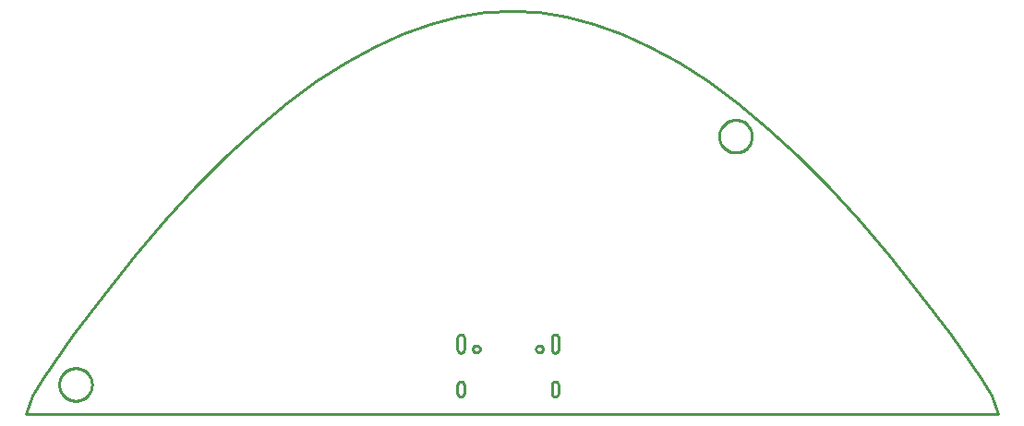
<source format=gbr>
G04 EAGLE Gerber RS-274X export*
G75*
%MOMM*%
%FSLAX34Y34*%
%LPD*%
%IN*%
%IPPOS*%
%AMOC8*
5,1,8,0,0,1.08239X$1,22.5*%
G01*
%ADD10C,0.254000*%


D10*
X-445868Y-469D02*
X445868Y-469D01*
X439586Y16480D01*
X430602Y32189D01*
X402234Y72369D01*
X373943Y110191D01*
X345750Y145612D01*
X317676Y178593D01*
X289741Y209092D01*
X261968Y237066D01*
X234396Y262433D01*
X207064Y285159D01*
X180005Y305219D01*
X153252Y322590D01*
X126840Y337248D01*
X100803Y349170D01*
X75174Y358354D01*
X49920Y364886D01*
X24917Y368788D01*
X36Y370074D01*
X-24853Y368756D01*
X-49877Y364848D01*
X-75174Y358338D01*
X-100842Y349140D01*
X-126875Y337237D01*
X-153261Y322622D01*
X-179987Y305288D01*
X-207042Y285226D01*
X-234379Y262471D01*
X-261940Y237089D01*
X-289702Y209125D01*
X-317637Y178627D01*
X-345720Y145638D01*
X-373926Y110206D01*
X-402229Y72374D01*
X-430602Y32189D01*
X-439580Y16493D01*
X-445868Y-469D01*
X36390Y59160D02*
X36401Y58899D01*
X36436Y58639D01*
X36492Y58384D01*
X36571Y58134D01*
X36671Y57892D01*
X36792Y57660D01*
X36933Y57439D01*
X37092Y57232D01*
X37269Y57039D01*
X37462Y56862D01*
X37669Y56703D01*
X37890Y56562D01*
X38122Y56441D01*
X38364Y56341D01*
X38614Y56262D01*
X38869Y56206D01*
X39129Y56171D01*
X39390Y56160D01*
X39651Y56171D01*
X39911Y56206D01*
X40166Y56262D01*
X40416Y56341D01*
X40658Y56441D01*
X40890Y56562D01*
X41111Y56703D01*
X41318Y56862D01*
X41511Y57039D01*
X41688Y57232D01*
X41847Y57439D01*
X41988Y57660D01*
X42109Y57892D01*
X42209Y58134D01*
X42288Y58384D01*
X42344Y58639D01*
X42379Y58899D01*
X42390Y59160D01*
X42390Y70160D01*
X42379Y70421D01*
X42344Y70681D01*
X42288Y70936D01*
X42209Y71186D01*
X42109Y71428D01*
X41988Y71660D01*
X41847Y71881D01*
X41688Y72088D01*
X41511Y72281D01*
X41318Y72458D01*
X41111Y72617D01*
X40890Y72758D01*
X40658Y72879D01*
X40416Y72979D01*
X40166Y73058D01*
X39911Y73114D01*
X39651Y73149D01*
X39390Y73160D01*
X39129Y73149D01*
X38869Y73114D01*
X38614Y73058D01*
X38364Y72979D01*
X38122Y72879D01*
X37890Y72758D01*
X37669Y72617D01*
X37462Y72458D01*
X37269Y72281D01*
X37092Y72088D01*
X36933Y71881D01*
X36792Y71660D01*
X36671Y71428D01*
X36571Y71186D01*
X36492Y70936D01*
X36436Y70681D01*
X36401Y70421D01*
X36390Y70160D01*
X36390Y59160D01*
X-50010Y59160D02*
X-49999Y58899D01*
X-49964Y58639D01*
X-49908Y58384D01*
X-49829Y58134D01*
X-49729Y57892D01*
X-49608Y57660D01*
X-49467Y57439D01*
X-49308Y57232D01*
X-49131Y57039D01*
X-48938Y56862D01*
X-48731Y56703D01*
X-48510Y56562D01*
X-48278Y56441D01*
X-48036Y56341D01*
X-47786Y56262D01*
X-47531Y56206D01*
X-47271Y56171D01*
X-47010Y56160D01*
X-46749Y56171D01*
X-46489Y56206D01*
X-46234Y56262D01*
X-45984Y56341D01*
X-45742Y56441D01*
X-45510Y56562D01*
X-45289Y56703D01*
X-45082Y56862D01*
X-44889Y57039D01*
X-44712Y57232D01*
X-44553Y57439D01*
X-44412Y57660D01*
X-44291Y57892D01*
X-44191Y58134D01*
X-44112Y58384D01*
X-44056Y58639D01*
X-44021Y58899D01*
X-44010Y59160D01*
X-44010Y70160D01*
X-44021Y70421D01*
X-44056Y70681D01*
X-44112Y70936D01*
X-44191Y71186D01*
X-44291Y71428D01*
X-44412Y71660D01*
X-44553Y71881D01*
X-44712Y72088D01*
X-44889Y72281D01*
X-45082Y72458D01*
X-45289Y72617D01*
X-45510Y72758D01*
X-45742Y72879D01*
X-45984Y72979D01*
X-46234Y73058D01*
X-46489Y73114D01*
X-46749Y73149D01*
X-47010Y73160D01*
X-47271Y73149D01*
X-47531Y73114D01*
X-47786Y73058D01*
X-48036Y72979D01*
X-48278Y72879D01*
X-48510Y72758D01*
X-48731Y72617D01*
X-48938Y72458D01*
X-49131Y72281D01*
X-49308Y72088D01*
X-49467Y71881D01*
X-49608Y71660D01*
X-49729Y71428D01*
X-49829Y71186D01*
X-49908Y70936D01*
X-49964Y70681D01*
X-49999Y70421D01*
X-50010Y70160D01*
X-50010Y59160D01*
X36390Y18860D02*
X36401Y18599D01*
X36436Y18339D01*
X36492Y18084D01*
X36571Y17834D01*
X36671Y17592D01*
X36792Y17360D01*
X36933Y17139D01*
X37092Y16932D01*
X37269Y16739D01*
X37462Y16562D01*
X37669Y16403D01*
X37890Y16262D01*
X38122Y16141D01*
X38364Y16041D01*
X38614Y15962D01*
X38869Y15906D01*
X39129Y15871D01*
X39390Y15860D01*
X39651Y15871D01*
X39911Y15906D01*
X40166Y15962D01*
X40416Y16041D01*
X40658Y16141D01*
X40890Y16262D01*
X41111Y16403D01*
X41318Y16562D01*
X41511Y16739D01*
X41688Y16932D01*
X41847Y17139D01*
X41988Y17360D01*
X42109Y17592D01*
X42209Y17834D01*
X42288Y18084D01*
X42344Y18339D01*
X42379Y18599D01*
X42390Y18860D01*
X42390Y26860D01*
X42379Y27121D01*
X42344Y27381D01*
X42288Y27636D01*
X42209Y27886D01*
X42109Y28128D01*
X41988Y28360D01*
X41847Y28581D01*
X41688Y28788D01*
X41511Y28981D01*
X41318Y29158D01*
X41111Y29317D01*
X40890Y29458D01*
X40658Y29579D01*
X40416Y29679D01*
X40166Y29758D01*
X39911Y29814D01*
X39651Y29849D01*
X39390Y29860D01*
X39129Y29849D01*
X38869Y29814D01*
X38614Y29758D01*
X38364Y29679D01*
X38122Y29579D01*
X37890Y29458D01*
X37669Y29317D01*
X37462Y29158D01*
X37269Y28981D01*
X37092Y28788D01*
X36933Y28581D01*
X36792Y28360D01*
X36671Y28128D01*
X36571Y27886D01*
X36492Y27636D01*
X36436Y27381D01*
X36401Y27121D01*
X36390Y26860D01*
X36390Y18860D01*
X-50010Y18860D02*
X-49999Y18599D01*
X-49964Y18339D01*
X-49908Y18084D01*
X-49829Y17834D01*
X-49729Y17592D01*
X-49608Y17360D01*
X-49467Y17139D01*
X-49308Y16932D01*
X-49131Y16739D01*
X-48938Y16562D01*
X-48731Y16403D01*
X-48510Y16262D01*
X-48278Y16141D01*
X-48036Y16041D01*
X-47786Y15962D01*
X-47531Y15906D01*
X-47271Y15871D01*
X-47010Y15860D01*
X-46749Y15871D01*
X-46489Y15906D01*
X-46234Y15962D01*
X-45984Y16041D01*
X-45742Y16141D01*
X-45510Y16262D01*
X-45289Y16403D01*
X-45082Y16562D01*
X-44889Y16739D01*
X-44712Y16932D01*
X-44553Y17139D01*
X-44412Y17360D01*
X-44291Y17592D01*
X-44191Y17834D01*
X-44112Y18084D01*
X-44056Y18339D01*
X-44021Y18599D01*
X-44010Y18860D01*
X-44010Y26860D01*
X-44021Y27121D01*
X-44056Y27381D01*
X-44112Y27636D01*
X-44191Y27886D01*
X-44291Y28128D01*
X-44412Y28360D01*
X-44553Y28581D01*
X-44712Y28788D01*
X-44889Y28981D01*
X-45082Y29158D01*
X-45289Y29317D01*
X-45510Y29458D01*
X-45742Y29579D01*
X-45984Y29679D01*
X-46234Y29758D01*
X-46489Y29814D01*
X-46749Y29849D01*
X-47010Y29860D01*
X-47271Y29849D01*
X-47531Y29814D01*
X-47786Y29758D01*
X-48036Y29679D01*
X-48278Y29579D01*
X-48510Y29458D01*
X-48731Y29317D01*
X-48938Y29158D01*
X-49131Y28981D01*
X-49308Y28788D01*
X-49467Y28581D01*
X-49608Y28360D01*
X-49729Y28128D01*
X-49829Y27886D01*
X-49908Y27636D01*
X-49964Y27381D01*
X-49999Y27121D01*
X-50010Y26860D01*
X-50010Y18860D01*
X-385201Y26499D02*
X-385277Y25431D01*
X-385430Y24370D01*
X-385658Y23323D01*
X-385960Y22295D01*
X-386334Y21291D01*
X-386779Y20316D01*
X-387293Y19376D01*
X-387872Y18475D01*
X-388514Y17617D01*
X-389216Y16807D01*
X-389973Y16050D01*
X-390783Y15348D01*
X-391641Y14706D01*
X-392542Y14127D01*
X-393482Y13613D01*
X-394457Y13168D01*
X-395461Y12794D01*
X-396489Y12492D01*
X-397536Y12264D01*
X-398597Y12111D01*
X-399665Y12035D01*
X-400737Y12035D01*
X-401805Y12111D01*
X-402866Y12264D01*
X-403913Y12492D01*
X-404941Y12794D01*
X-405945Y13168D01*
X-406920Y13613D01*
X-407860Y14127D01*
X-408761Y14706D01*
X-409619Y15348D01*
X-410429Y16050D01*
X-411186Y16807D01*
X-411888Y17617D01*
X-412530Y18475D01*
X-413109Y19376D01*
X-413623Y20316D01*
X-414068Y21291D01*
X-414442Y22295D01*
X-414744Y23323D01*
X-414972Y24370D01*
X-415125Y25431D01*
X-415201Y26499D01*
X-415201Y27571D01*
X-415125Y28639D01*
X-414972Y29700D01*
X-414744Y30747D01*
X-414442Y31775D01*
X-414068Y32779D01*
X-413623Y33754D01*
X-413109Y34694D01*
X-412530Y35595D01*
X-411888Y36453D01*
X-411186Y37263D01*
X-410429Y38020D01*
X-409619Y38722D01*
X-408761Y39364D01*
X-407860Y39943D01*
X-406920Y40457D01*
X-405945Y40902D01*
X-404941Y41276D01*
X-403913Y41578D01*
X-402866Y41806D01*
X-401805Y41959D01*
X-400737Y42035D01*
X-399665Y42035D01*
X-398597Y41959D01*
X-397536Y41806D01*
X-396489Y41578D01*
X-395461Y41276D01*
X-394457Y40902D01*
X-393482Y40457D01*
X-392542Y39943D01*
X-391641Y39364D01*
X-390783Y38722D01*
X-389973Y38020D01*
X-389216Y37263D01*
X-388514Y36453D01*
X-387872Y35595D01*
X-387293Y34694D01*
X-386779Y33754D01*
X-386334Y32779D01*
X-385960Y31775D01*
X-385658Y30747D01*
X-385430Y29700D01*
X-385277Y28639D01*
X-385201Y27571D01*
X-385201Y26499D01*
X220000Y254464D02*
X219924Y253396D01*
X219771Y252335D01*
X219543Y251288D01*
X219241Y250260D01*
X218867Y249256D01*
X218422Y248281D01*
X217908Y247341D01*
X217329Y246440D01*
X216687Y245582D01*
X215985Y244772D01*
X215228Y244015D01*
X214418Y243313D01*
X213560Y242671D01*
X212659Y242092D01*
X211719Y241578D01*
X210744Y241133D01*
X209740Y240759D01*
X208712Y240457D01*
X207665Y240229D01*
X206604Y240076D01*
X205536Y240000D01*
X204464Y240000D01*
X203396Y240076D01*
X202335Y240229D01*
X201288Y240457D01*
X200260Y240759D01*
X199256Y241133D01*
X198281Y241578D01*
X197341Y242092D01*
X196440Y242671D01*
X195582Y243313D01*
X194772Y244015D01*
X194015Y244772D01*
X193313Y245582D01*
X192671Y246440D01*
X192092Y247341D01*
X191578Y248281D01*
X191133Y249256D01*
X190759Y250260D01*
X190457Y251288D01*
X190229Y252335D01*
X190076Y253396D01*
X190000Y254464D01*
X190000Y255536D01*
X190076Y256604D01*
X190229Y257665D01*
X190457Y258712D01*
X190759Y259740D01*
X191133Y260744D01*
X191578Y261719D01*
X192092Y262659D01*
X192671Y263560D01*
X193313Y264418D01*
X194015Y265228D01*
X194772Y265985D01*
X195582Y266687D01*
X196440Y267329D01*
X197341Y267908D01*
X198281Y268422D01*
X199256Y268867D01*
X200260Y269241D01*
X201288Y269543D01*
X202335Y269771D01*
X203396Y269924D01*
X204464Y270000D01*
X205536Y270000D01*
X206604Y269924D01*
X207665Y269771D01*
X208712Y269543D01*
X209740Y269241D01*
X210744Y268867D01*
X211719Y268422D01*
X212659Y267908D01*
X213560Y267329D01*
X214418Y266687D01*
X215228Y265985D01*
X215985Y265228D01*
X216687Y264418D01*
X217329Y263560D01*
X217908Y262659D01*
X218422Y261719D01*
X218867Y260744D01*
X219241Y259740D01*
X219543Y258712D01*
X219771Y257665D01*
X219924Y256604D01*
X220000Y255536D01*
X220000Y254464D01*
X28340Y59447D02*
X28284Y59025D01*
X28174Y58613D01*
X28011Y58219D01*
X27798Y57851D01*
X27539Y57513D01*
X27237Y57211D01*
X26899Y56952D01*
X26531Y56739D01*
X26137Y56576D01*
X25725Y56466D01*
X25303Y56410D01*
X24877Y56410D01*
X24455Y56466D01*
X24043Y56576D01*
X23649Y56739D01*
X23281Y56952D01*
X22943Y57211D01*
X22641Y57513D01*
X22382Y57851D01*
X22169Y58219D01*
X22006Y58613D01*
X21896Y59025D01*
X21840Y59447D01*
X21840Y59873D01*
X21896Y60295D01*
X22006Y60707D01*
X22169Y61101D01*
X22382Y61469D01*
X22641Y61807D01*
X22943Y62109D01*
X23281Y62368D01*
X23649Y62581D01*
X24043Y62744D01*
X24455Y62854D01*
X24877Y62910D01*
X25303Y62910D01*
X25725Y62854D01*
X26137Y62744D01*
X26531Y62581D01*
X26899Y62368D01*
X27237Y62109D01*
X27539Y61807D01*
X27798Y61469D01*
X28011Y61101D01*
X28174Y60707D01*
X28284Y60295D01*
X28340Y59873D01*
X28340Y59447D01*
X-29460Y59447D02*
X-29516Y59025D01*
X-29626Y58613D01*
X-29789Y58219D01*
X-30002Y57851D01*
X-30261Y57513D01*
X-30563Y57211D01*
X-30901Y56952D01*
X-31269Y56739D01*
X-31663Y56576D01*
X-32075Y56466D01*
X-32497Y56410D01*
X-32923Y56410D01*
X-33345Y56466D01*
X-33757Y56576D01*
X-34151Y56739D01*
X-34519Y56952D01*
X-34857Y57211D01*
X-35159Y57513D01*
X-35418Y57851D01*
X-35631Y58219D01*
X-35794Y58613D01*
X-35904Y59025D01*
X-35960Y59447D01*
X-35960Y59873D01*
X-35904Y60295D01*
X-35794Y60707D01*
X-35631Y61101D01*
X-35418Y61469D01*
X-35159Y61807D01*
X-34857Y62109D01*
X-34519Y62368D01*
X-34151Y62581D01*
X-33757Y62744D01*
X-33345Y62854D01*
X-32923Y62910D01*
X-32497Y62910D01*
X-32075Y62854D01*
X-31663Y62744D01*
X-31269Y62581D01*
X-30901Y62368D01*
X-30563Y62109D01*
X-30261Y61807D01*
X-30002Y61469D01*
X-29789Y61101D01*
X-29626Y60707D01*
X-29516Y60295D01*
X-29460Y59873D01*
X-29460Y59447D01*
M02*

</source>
